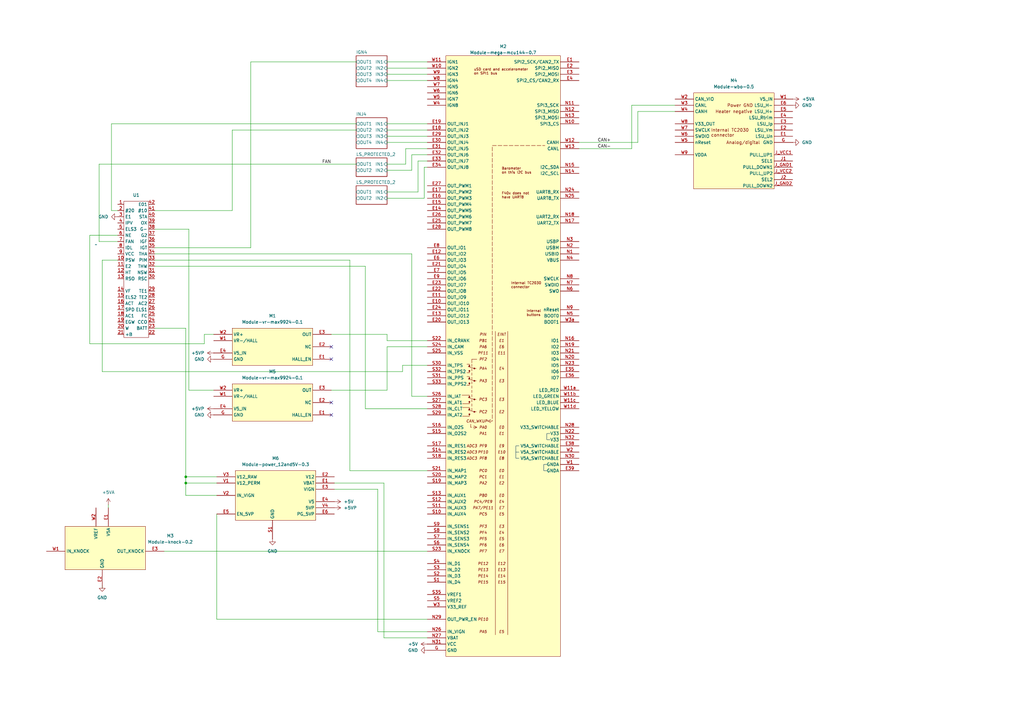
<source format=kicad_sch>
(kicad_sch (version 20231120) (generator "eeschema") (generator_version "8.0")
  (paper "A3")
  (lib_symbols
    (symbol "4EFE ECU Connector:4EFE_ECU_Connector"
      (property "Reference" "U" (at 0 0 0))
      (symbol "4EFE_ECU_Connector_0_1"
        (rectangle (start 11.43 17.78) (end 21.59 -38.1))
      )
      (symbol "4EFE_ECU_Connector_1_1"
        (pin unspecified line (at 8.89 16.51 0) (length 2.54) (name "~") (number "1"))
        (pin input line (at 8.89 -6.35 0) (length 2.54) (name "PSW") (number "10"))
        (pin power_in line (at 8.89 -8.89 0) (length 2.54) (name "E2") (number "11"))
        (pin power_in line (at 8.89 -11.43 0) (length 2.54) (name "HT") (number "12"))
        (pin power_in line (at 8.89 -13.97 0) (length 2.54) (name "RSO") (number "13"))
        (pin bidirectional line (at 8.89 -19.05 0) (length 2.54) (name "VF") (number "14"))
        (pin output line (at 8.89 -21.59 0) (length 2.54) (name "ELS2") (number "15"))
        (pin output line (at 8.89 -24.13 0) (length 2.54) (name "ACT") (number "16"))
        (pin output line (at 8.89 -26.67 0) (length 2.54) (name "SPD") (number "17"))
        (pin output line (at 8.89 -29.21 0) (length 2.54) (name "AC1") (number "18"))
        (pin output line (at 8.89 -31.75 0) (length 2.54) (name "EGW") (number "19"))
        (pin output line (at 8.89 13.97 0) (length 2.54) (name "#20") (number "2"))
        (pin output line (at 8.89 -34.29 0) (length 2.54) (name "W") (number "20"))
        (pin input line (at 8.89 -36.83 0) (length 2.54) (name "+B") (number "21"))
        (pin unspecified line (at 24.13 -36.83 180) (length 2.54) (name "") (number "22"))
        (pin input line (at 24.13 -34.29 180) (length 2.54) (name "BATT") (number "23"))
        (pin bidirectional line (at 24.13 -31.75 180) (length 2.54) (name "CCO") (number "24"))
        (pin output line (at 24.13 -29.21 180) (length 2.54) (name "FC") (number "25"))
        (pin output line (at 24.13 -26.67 180) (length 2.54) (name "ELS1") (number "26"))
        (pin power_out line (at 24.13 -24.13 180) (length 2.54) (name "AC2") (number "27"))
        (pin bidirectional line (at 24.13 -21.59 180) (length 2.54) (name "TE2") (number "28"))
        (pin bidirectional line (at 24.13 -19.05 180) (length 2.54) (name "TE1") (number "29"))
        (pin power_in line (at 8.89 11.43 0) (length 2.54) (name "E1") (number "3"))
        (pin unspecified line (at 24.13 -13.97 180) (length 2.54) (name "RSC") (number "30"))
        (pin input line (at 24.13 -11.43 180) (length 2.54) (name "NSW") (number "31"))
        (pin input line (at 24.13 -8.89 180) (length 2.54) (name "THW") (number "32"))
        (pin input line (at 24.13 -6.35 180) (length 2.54) (name "PIM") (number "33"))
        (pin input line (at 24.13 -3.81 180) (length 2.54) (name "THA") (number "34"))
        (pin input line (at 24.13 -1.27 180) (length 2.54) (name "IGT") (number "35"))
        (pin input line (at 24.13 1.27 180) (length 2.54) (name "IGF") (number "36"))
        (pin output line (at 24.13 3.81 180) (length 2.54) (name "G2") (number "37"))
        (pin input line (at 24.13 6.35 180) (length 2.54) (name "G-") (number "38"))
        (pin input line (at 24.13 8.89 180) (length 2.54) (name "OX") (number "39"))
        (pin output line (at 8.89 8.89 0) (length 2.54) (name "IPV") (number "4"))
        (pin input line (at 24.13 11.43 180) (length 2.54) (name "STA") (number "40"))
        (pin output line (at 24.13 13.97 180) (length 2.54) (name "#10") (number "41"))
        (pin power_in line (at 24.13 16.51 180) (length 2.54) (name "E01") (number "42"))
        (pin unspecified line (at 8.89 6.35 0) (length 2.54) (name "ELS3") (number "5"))
        (pin unspecified line (at 8.89 3.81 0) (length 2.54) (name "NE") (number "6"))
        (pin output line (at 8.89 1.27 0) (length 2.54) (name "FAN") (number "7"))
        (pin output line (at 8.89 -1.27 0) (length 2.54) (name "IDL") (number "8"))
        (pin power_out line (at 8.89 -3.81 0) (length 2.54) (name "VCC") (number "9"))
      )
    )
    (symbol "knock:Module-knock-0.2"
      (property "Reference" "M" (at 0 0 0))
      (property "Value" "Module-knock-0.2" (at 0 0 0))
      (symbol "Module-knock-0.2_1_0"
        (rectangle (start 33.02 0) (end 0 -17.78) (fill (type background)))
        (pin passive line (at 17.78 7.62 270) (length 7.62) (name "V5A") (number "E1"))
        (pin passive line (at 15.24 -25.4 90) (length 7.62) (name "GND") (number "E2"))
        (pin passive line (at 40.64 -10.16 180) (length 7.62) (name "OUT_KNOCK") (number "E3"))
        (pin passive line (at -7.62 -10.16 0) (length 7.62) (name "IN_KNOCK") (number "W1"))
        (pin passive line (at 12.7 7.62 270) (length 7.62) (name "VREF") (number "W2"))
      )
    )
    (symbol "mega-mcu144:Module-mega-mcu144-0.7"
      (property "Reference" "M1000" (at 7.62 2.54 0))
      (property "Value" "Module-mega-mcu144-0.7" (at 7.62 -246.38 0))
      (symbol "Module-mega-mcu144-0.7_0_1"
        (polyline (pts (xy 16.764 -142.748) (xy 19.304 -143.51)))
        (polyline (pts (xy 16.764 -137.668) (xy 19.304 -138.43)))
        (polyline (pts (xy 16.764 -130.048) (xy 19.304 -130.81)))
        (polyline (pts (xy 16.764 -124.968) (xy 19.304 -125.73)))
        (polyline (pts (xy 18.288 -143.002) (xy 18.288 -141.986)))
        (polyline (pts (xy 18.288 -141.224) (xy 18.288 -140.208)))
        (polyline (pts (xy 18.288 -139.446) (xy 18.288 -138.43)))
        (polyline (pts (xy 18.288 -137.414) (xy 18.288 -136.398)))
        (polyline (pts (xy 18.288 -135.636) (xy 18.288 -134.62)))
        (polyline (pts (xy 18.288 -133.858) (xy 18.288 -132.842)))
        (polyline (pts (xy 18.288 -132.08) (xy 18.288 -131.064)))
        (polyline (pts (xy 18.288 -130.302) (xy 18.288 -129.286)))
        (polyline (pts (xy 18.288 -128.524) (xy 18.288 -127.508)))
        (polyline (pts (xy 18.288 -126.746) (xy 18.288 -125.73)))
        (polyline (pts (xy 18.288 -124.968) (xy 18.288 -123.952)))
        (polyline (pts (xy 18.288 -123.444) (xy 18.288 -121.92)))
        (polyline (pts (xy 18.288 -121.92) (xy 20.32 -121.92)))
        (polyline (pts (xy 19.304 -143.51) (xy 20.066 -143.51)))
        (polyline (pts (xy 19.304 -138.43) (xy 20.066 -138.43)))
        (polyline (pts (xy 19.304 -130.81) (xy 20.066 -130.81)))
        (polyline (pts (xy 19.304 -125.73) (xy 20.066 -125.73)))
        (polyline (pts (xy 17.272 -144.526) (xy 17.272 -145.288) (xy 14.478 -145.288)))
        (polyline (pts (xy 17.272 -142.494) (xy 17.272 -141.732) (xy 14.478 -141.732)))
        (polyline (pts (xy 17.272 -139.446) (xy 17.272 -140.208) (xy 14.478 -140.208)))
        (polyline (pts (xy 17.272 -137.414) (xy 17.272 -136.652) (xy 14.224 -136.652)))
        (polyline (pts (xy 17.272 -131.826) (xy 17.272 -132.588) (xy 16.256 -132.588)))
        (polyline (pts (xy 17.272 -129.794) (xy 17.272 -129.032) (xy 16.256 -129.032)))
        (polyline (pts (xy 17.272 -126.746) (xy 17.272 -127.508) (xy 16.256 -127.508)))
        (polyline (pts (xy 17.272 -124.714) (xy 17.272 -123.952) (xy 16.256 -123.952)))
        (circle (center 17.272 -144.526) (radius 0.254) (fill (type outline)))
        (circle (center 17.272 -142.494) (radius 0.254) (fill (type outline)))
        (circle (center 17.272 -139.446) (radius 0.254) (fill (type outline)))
        (circle (center 17.272 -137.414) (radius 0.254) (fill (type outline)))
        (circle (center 17.272 -131.826) (radius 0.254) (fill (type outline)))
        (circle (center 17.272 -129.794) (radius 0.254) (fill (type outline)))
        (circle (center 17.272 -126.746) (radius 0.254) (fill (type outline)))
        (circle (center 17.272 -124.714) (radius 0.254) (fill (type outline)))
        (circle (center 19.304 -143.51) (radius 0.254) (fill (type outline)))
        (circle (center 19.304 -138.43) (radius 0.254) (fill (type outline)))
        (circle (center 19.304 -130.81) (radius 0.254) (fill (type outline)))
        (circle (center 19.304 -125.73) (radius 0.254) (fill (type outline)))
      )
      (symbol "Module-mega-mcu144-0.7_1_0"
        (polyline (pts (xy 20.32 -149.86) (xy 19.05 -150.495)))
        (polyline (pts (xy 20.32 -149.86) (xy 19.05 -149.225)))
        (polyline (pts (xy 24.765 -147.32) (xy 26.035 -147.955)))
        (polyline (pts (xy 24.765 -147.32) (xy 26.035 -146.685)))
        (polyline (pts (xy 27.94 -110.49) (xy 27.94 -234.95)))
        (polyline (pts (xy 33.02 -110.49) (xy 33.02 -234.95)))
        (polyline (pts (xy 17.78 -148.59) (xy 17.78 -149.86) (xy 20.32 -149.86)) (stroke (width 0) (type dash)))
        (polyline (pts (xy 36.322 -160.02) (xy 37.592 -160.02) (xy 37.592 -160.02) (xy 37.592 -160.02)) (stroke (width 0) (color 7 55 99 1)))
        (polyline (pts (xy 37.592 -157.48) (xy 36.322 -157.48) (xy 36.322 -162.56) (xy 37.592 -162.56)) (stroke (width 0) (color 7 55 99 1)))
        (polyline (pts (xy 49.022 -165.1) (xy 47.752 -165.1) (xy 47.752 -167.64) (xy 49.022 -167.64)) (stroke (width 0) (color 7 55 99 1)))
        (polyline (pts (xy 50.292 -152.4) (xy 49.022 -152.4) (xy 49.022 -154.94) (xy 50.292 -154.94)) (stroke (width 0) (color 7 55 99 1)))
        (polyline (pts (xy 25.4 -147.32) (xy 26.67 -147.32) (xy 26.67 -124.46) (xy 26.67 -34.29) (xy 48.26 -34.29)) (stroke (width 0) (type dash)))
        (rectangle (start 7.62 2.54) (end 54.61 -243.84) (fill (type background)))
        (text "ADC3" (at 18.288 -162.56 0) (effects (font (size 1.1 1.1) (italic yes))))
        (text "ADC3" (at 18.288 -160.02 0) (effects (font (size 1.1 1.1) (italic yes))))
        (text "ADC3" (at 18.288 -157.48 0) (effects (font (size 1.1 1.1) (italic yes))))
        (text "Barometer\non this I2C bus" (at 30.48 -44.45 0) (effects (font (size 1.016 1.016)) (justify left)))
        (text "CAN_WKUP" (at 20.32 -147.32 0) (effects (font (size 1.1 1.1) (italic yes))))
        (text "E0" (at 30.48 -177.8 0) (effects (font (size 1.1 1.1) (italic yes))))
        (text "E0" (at 30.48 -167.64 0) (effects (font (size 1.1 1.1) (italic yes))))
        (text "E0" (at 30.48 -149.86 0) (effects (font (size 1.1 1.1) (italic yes))))
        (text "E1" (at 30.48 -170.18 0) (effects (font (size 1.1 1.1) (italic yes))))
        (text "E1" (at 30.48 -152.4 0) (effects (font (size 1.1 1.1) (italic yes))))
        (text "E1" (at 30.48 -114.3 0) (effects (font (size 1.1 1.1) (italic yes))))
        (text "E10" (at 30.48 -160.02 0) (effects (font (size 1.1 1.1) (italic yes))))
        (text "E11" (at 30.48 -119.38 0) (effects (font (size 1.1 1.1) (italic yes))))
        (text "E12" (at 30.48 -205.74 0) (effects (font (size 1.1 1.1) (italic yes))))
        (text "E13" (at 30.48 -208.28 0) (effects (font (size 1.1 1.1) (italic yes))))
        (text "E14" (at 30.48 -210.82 0) (effects (font (size 1.1 1.1) (italic yes))))
        (text "E15" (at 30.48 -213.36 0) (effects (font (size 1.1 1.1) (italic yes))))
        (text "E2" (at 30.48 -172.72 0) (effects (font (size 1.1 1.1) (italic yes))))
        (text "E2" (at 30.48 -143.51 0) (effects (font (size 1.1 1.1) (italic yes))))
        (text "E3" (at 30.48 -190.5 0) (effects (font (size 1.1 1.1) (italic yes))))
        (text "E3" (at 30.48 -138.43 0) (effects (font (size 1.1 1.1) (italic yes))))
        (text "E3" (at 30.48 -130.81 0) (effects (font (size 1.1 1.1) (italic yes))))
        (text "E4" (at 30.48 -193.04 0) (effects (font (size 1.1 1.1) (italic yes))))
        (text "E4" (at 30.48 -180.34 0) (effects (font (size 1.1 1.1) (italic yes))))
        (text "E4" (at 30.48 -125.73 0) (effects (font (size 1.1 1.1) (italic yes))))
        (text "E5" (at 30.48 -233.68 0) (effects (font (size 1.1 1.1) (italic yes))))
        (text "E5" (at 30.48 -195.58 0) (effects (font (size 1.1 1.1) (italic yes))))
        (text "E5" (at 30.48 -185.42 0) (effects (font (size 1.1 1.1) (italic yes))))
        (text "E6" (at 30.48 -198.12 0) (effects (font (size 1.1 1.1) (italic yes))))
        (text "E6" (at 30.48 -116.84 0) (effects (font (size 1.1 1.1) (italic yes))))
        (text "E7" (at 30.48 -200.66 0) (effects (font (size 1.1 1.1) (italic yes))))
        (text "E7" (at 30.48 -182.88 0) (effects (font (size 1.1 1.1) (italic yes))))
        (text "E8" (at 30.48 -162.56 0) (effects (font (size 1.1 1.1) (italic yes))))
        (text "E9" (at 30.48 -157.48 0) (effects (font (size 1.1 1.1) (italic yes))))
        (text "EINT" (at 30.48 -111.76 0) (effects (font (size 1.1 1.1) (italic yes))))
        (text "F40x does not\nhave UART8" (at 30.48 -54.61 0) (effects (font (size 1.016 1.016)) (justify left)))
        (text "Internal\nbuttons" (at 40.64 -102.87 0) (effects (font (size 1.016 1.016)) (justify left)))
        (text "Internal TC2030\nconnector" (at 34.29 -91.44 0) (effects (font (size 1.016 1.016)) (justify left)))
        (text "PA0" (at 22.86 -149.86 0) (effects (font (size 1.1 1.1) (italic yes))))
        (text "PA1" (at 22.86 -152.4 0) (effects (font (size 1.1 1.1) (italic yes))))
        (text "PA2" (at 22.86 -172.72 0) (effects (font (size 1.1 1.1) (italic yes))))
        (text "PA3" (at 22.86 -130.81 0) (effects (font (size 1.1 1.1) (italic yes))))
        (text "PA4" (at 22.86 -125.73 0) (effects (font (size 1.1 1.1) (italic yes))))
        (text "PA5" (at 22.86 -233.68 0) (effects (font (size 1.1 1.1) (italic yes))))
        (text "PA6" (at 22.86 -116.84 0) (effects (font (size 1.1 1.1) (italic yes))))
        (text "PA7/PE11" (at 22.86 -182.88 0) (effects (font (size 1.1 1.1) (italic yes))))
        (text "PB0" (at 22.86 -177.8 0) (effects (font (size 1.1 1.1) (italic yes))))
        (text "PB1" (at 22.86 -114.3 0) (effects (font (size 1.1 1.1) (italic yes))))
        (text "PC0" (at 22.86 -167.64 0) (effects (font (size 1.1 1.1) (italic yes))))
        (text "PC1" (at 22.86 -170.18 0) (effects (font (size 1.1 1.1) (italic yes))))
        (text "PC2" (at 22.86 -143.51 0) (effects (font (size 1.1 1.1) (italic yes))))
        (text "PC3" (at 22.86 -138.43 0) (effects (font (size 1.1 1.1) (italic yes))))
        (text "PC4/PE9" (at 22.86 -180.34 0) (effects (font (size 1.1 1.1) (italic yes))))
        (text "PC5" (at 22.86 -185.42 0) (effects (font (size 1.1 1.1) (italic yes))))
        (text "PE10" (at 22.86 -228.6 0) (effects (font (size 1.1 1.1) (italic yes))))
        (text "PE12" (at 22.86 -205.74 0) (effects (font (size 1.1 1.1) (italic yes))))
        (text "PE13" (at 22.86 -208.28 0) (effects (font (size 1.1 1.1) (italic yes))))
        (text "PE14" (at 22.86 -210.82 0) (effects (font (size 1.1 1.1) (italic yes))))
        (text "PE15" (at 22.86 -213.36 0) (effects (font (size 1.1 1.1) (italic yes))))
        (text "PF10" (at 22.86 -160.02 0) (effects (font (size 1.1 1.1) (italic yes))))
        (text "PF11" (at 22.86 -119.38 0) (effects (font (size 1.1 1.1) (italic yes))))
        (text "PF2" (at 22.86 -121.92 0) (effects (font (size 1.1 1.1) (italic yes))))
        (text "PF3" (at 22.86 -190.5 0) (effects (font (size 1.1 1.1) (italic yes))))
        (text "PF4" (at 22.86 -193.04 0) (effects (font (size 1.1 1.1) (italic yes))))
        (text "PF5" (at 22.86 -195.58 0) (effects (font (size 1.1 1.1) (italic yes))))
        (text "PF6" (at 22.86 -198.12 0) (effects (font (size 1.1 1.1) (italic yes))))
        (text "PF7" (at 22.86 -200.66 0) (effects (font (size 1.1 1.1) (italic yes))))
        (text "PF8" (at 22.86 -162.56 0) (effects (font (size 1.1 1.1) (italic yes))))
        (text "PF9" (at 22.86 -157.48 0) (effects (font (size 1.1 1.1) (italic yes))))
        (text "PIN" (at 22.86 -111.76 0) (effects (font (size 1.1 1.1) (italic yes))))
        (text "uSD card and accelerometer \non SPI1 bus" (at 19.05 -3.81 0) (effects (font (size 1.016 1.016)) (justify left)))
        (pin passive line (at 62.23 0 180) (length 7.62) (name "SPI2_SCK/CAN2_TX") (number "E1"))
        (pin passive line (at 0 -99.06 0) (length 7.62) (name "OUT_IO10") (number "E10"))
        (pin passive line (at 0 -96.52 0) (length 7.62) (name "OUT_IO9") (number "E11"))
        (pin passive line (at 0 -78.74 0) (length 7.62) (name "OUT_IO2") (number "E12"))
        (pin passive line (at 0 -104.14 0) (length 7.62) (name "OUT_IO12") (number "E13"))
        (pin passive line (at 0 -60.96 0) (length 7.62) (name "OUT_PWM5") (number "E14"))
        (pin passive line (at 0 -58.42 0) (length 7.62) (name "OUT_PWM4") (number "E15"))
        (pin passive line (at 0 -55.88 0) (length 7.62) (name "OUT_PWM3") (number "E16"))
        (pin passive line (at 0 -53.34 0) (length 7.62) (name "OUT_PWM2") (number "E17"))
        (pin passive line (at 0 -27.94 0) (length 7.62) (name "OUT_INJ2") (number "E18"))
        (pin passive line (at 0 -25.4 0) (length 7.62) (name "OUT_INJ1") (number "E19"))
        (pin passive line (at 62.23 -2.54 180) (length 7.62) (name "SPI2_MISO") (number "E2"))
        (pin passive line (at 0 -106.68 0) (length 7.62) (name "OUT_IO13") (number "E20"))
        (pin passive line (at 0 -83.82 0) (length 7.62) (name "OUT_IO4") (number "E21"))
        (pin passive line (at 0 -93.98 0) (length 7.62) (name "OUT_IO8") (number "E22"))
        (pin passive line (at 0 -91.44 0) (length 7.62) (name "OUT_IO7") (number "E23"))
        (pin passive line (at 0 -101.6 0) (length 7.62) (name "OUT_IO11") (number "E24"))
        (pin passive line (at 0 -66.04 0) (length 7.62) (name "OUT_PWM7") (number "E25"))
        (pin passive line (at 0 -63.5 0) (length 7.62) (name "OUT_PWM6") (number "E26"))
        (pin passive line (at 0 -50.8 0) (length 7.62) (name "OUT_PWM1") (number "E27"))
        (pin passive line (at 0 -68.58 0) (length 7.62) (name "OUT_PWM8") (number "E28"))
        (pin passive line (at 0 -30.48 0) (length 7.62) (name "OUT_INJ3") (number "E29"))
        (pin passive line (at 62.23 -5.08 180) (length 7.62) (name "SPI2_MOSI") (number "E3"))
        (pin passive line (at 0 -33.02 0) (length 7.62) (name "OUT_INJ4") (number "E30"))
        (pin passive line (at 0 -35.56 0) (length 7.62) (name "OUT_INJ5") (number "E31"))
        (pin passive line (at 0 -38.1 0) (length 7.62) (name "OUT_INJ6") (number "E32"))
        (pin passive line (at 0 -40.64 0) (length 7.62) (name "OUT_INJ7") (number "E33"))
        (pin passive line (at 0 -43.18 0) (length 7.62) (name "OUT_INJ8") (number "E34"))
        (pin passive line (at 62.23 -127 180) (length 7.62) (name "IO6") (number "E35"))
        (pin passive line (at 62.23 -129.54 180) (length 7.62) (name "IO7") (number "E36"))
        (pin passive line (at 62.23 -157.48 180) (length 7.62) (name "V5A_SWITCHABLE") (number "E38"))
        (pin passive line (at 62.23 -167.64 180) (length 7.62) (name "GNDA") (number "E39"))
        (pin passive line (at 62.23 -7.62 180) (length 7.62) (name "SPI2_CS/CAN2_RX") (number "E4"))
        (pin passive line (at 0 -81.28 0) (length 7.62) (name "OUT_IO3") (number "E6"))
        (pin passive line (at 0 -86.36 0) (length 7.62) (name "OUT_IO5") (number "E7"))
        (pin passive line (at 0 -76.2 0) (length 7.62) (name "OUT_IO1") (number "E8"))
        (pin passive line (at 0 -88.9 0) (length 7.62) (name "OUT_IO6") (number "E9"))
        (pin passive line (at 0 -241.3 0) (length 7.62) (name "GND") (number "G"))
        (pin passive line (at 62.23 -78.74 180) (length 7.62) (name "USBID") (number "N1"))
        (pin passive line (at 62.23 -25.4 180) (length 7.62) (name "SPI3_CS") (number "N10"))
        (pin passive line (at 62.23 -17.78 180) (length 7.62) (name "SPI3_SCK") (number "N11"))
        (pin passive line (at 62.23 -20.32 180) (length 7.62) (name "SPI3_MISO") (number "N12"))
        (pin passive line (at 62.23 -22.86 180) (length 7.62) (name "SPI3_MOSI") (number "N13"))
        (pin passive line (at 62.23 -45.72 180) (length 7.62) (name "I2C_SCL") (number "N14"))
        (pin passive line (at 62.23 -43.18 180) (length 7.62) (name "I2C_SDA") (number "N15"))
        (pin passive line (at 62.23 -114.3 180) (length 7.62) (name "IO1") (number "N16"))
        (pin passive line (at 62.23 -66.04 180) (length 7.62) (name "UART2_TX") (number "N17"))
        (pin passive line (at 62.23 -63.5 180) (length 7.62) (name "UART2_RX") (number "N18"))
        (pin passive line (at 62.23 -116.84 180) (length 7.62) (name "IO2") (number "N19"))
        (pin passive line (at 62.23 -76.2 180) (length 7.62) (name "USBM") (number "N2"))
        (pin passive line (at 62.23 -121.92 180) (length 7.62) (name "IO4") (number "N20"))
        (pin passive line (at 62.23 -119.38 180) (length 7.62) (name "IO3") (number "N21"))
        (pin passive line (at 62.23 -152.4 180) (length 7.62) (name "V33") (number "N22"))
        (pin passive line (at 62.23 -124.46 180) (length 7.62) (name "IO5") (number "N23"))
        (pin passive line (at 62.23 -53.34 180) (length 7.62) (name "UART8_RX") (number "N24"))
        (pin passive line (at 62.23 -55.88 180) (length 7.62) (name "UART8_TX") (number "N25"))
        (pin passive line (at 0 -233.68 0) (length 7.62) (name "IN_VIGN") (number "N26"))
        (pin passive line (at 0 -236.22 0) (length 7.62) (name "VBAT") (number "N27"))
        (pin passive line (at 62.23 -149.86 180) (length 7.62) (name "V33_SWITCHABLE") (number "N28"))
        (pin passive line (at 0 -228.6 0) (length 7.62) (name "OUT_PWR_EN") (number "N29"))
        (pin passive line (at 62.23 -73.66 180) (length 7.62) (name "USBP") (number "N3"))
        (pin passive line (at 62.23 -162.56 180) (length 7.62) (name "V5A_SWITCHABLE") (number "N30"))
        (pin passive line (at 0 -238.76 0) (length 7.62) (name "VCC") (number "N31"))
        (pin passive line (at 62.23 -154.94 180) (length 7.62) (name "V33") (number "N32"))
        (pin passive line (at 62.23 -81.28 180) (length 7.62) (name "VBUS") (number "N4"))
        (pin passive line (at 62.23 -104.14 180) (length 7.62) (name "BOOT0") (number "N5"))
        (pin passive line (at 62.23 -93.98 180) (length 7.62) (name "SWO") (number "N6"))
        (pin passive line (at 62.23 -91.44 180) (length 7.62) (name "SWDIO") (number "N7"))
        (pin passive line (at 62.23 -88.9 180) (length 7.62) (name "SWCLK") (number "N8"))
        (pin passive line (at 62.23 -101.6 180) (length 7.62) (name "nReset") (number "N9"))
        (pin passive line (at 0 -213.36 0) (length 7.62) (name "IN_D4") (number "S1"))
        (pin passive line (at 0 -185.42 0) (length 7.62) (name "IN_AUX4") (number "S10"))
        (pin passive line (at 0 -182.88 0) (length 7.62) (name "IN_AUX3") (number "S11"))
        (pin passive line (at 0 -180.34 0) (length 7.62) (name "IN_AUX2") (number "S12"))
        (pin passive line (at 0 -177.8 0) (length 7.62) (name "IN_AUX1") (number "S13"))
        (pin passive line (at 0 -160.02 0) (length 7.62) (name "IN_RES2") (number "S14"))
        (pin passive line (at 0 -152.4 0) (length 7.62) (name "IN_O2S2") (number "S15"))
        (pin passive line (at 0 -149.86 0) (length 7.62) (name "IN_O2S") (number "S16"))
        (pin passive line (at 0 -157.48 0) (length 7.62) (name "IN_RES1") (number "S17"))
        (pin passive line (at 0 -162.56 0) (length 7.62) (name "IN_RES3") (number "S18"))
        (pin passive line (at 0 -172.72 0) (length 7.62) (name "IN_MAP3") (number "S19"))
        (pin passive line (at 0 -210.82 0) (length 7.62) (name "IN_D3") (number "S2"))
        (pin passive line (at 0 -170.18 0) (length 7.62) (name "IN_MAP2") (number "S20"))
        (pin passive line (at 0 -167.64 0) (length 7.62) (name "IN_MAP1") (number "S21"))
        (pin passive line (at 0 -114.3 0) (length 7.62) (name "IN_CRANK") (number "S22"))
        (pin passive line (at 0 -200.66 0) (length 7.62) (name "IN_KNOCK") (number "S23"))
        (pin passive line (at 0 -116.84 0) (length 7.62) (name "IN_CAM") (number "S24"))
        (pin passive line (at 0 -119.38 0) (length 7.62) (name "IN_VSS") (number "S25"))
        (pin passive line (at 0 -137.16 0) (length 7.62) (name "IN_IAT") (number "S26"))
        (pin passive line (at 0 -139.7 0) (length 7.62) (name "IN_AT1") (number "S27"))
        (pin passive line (at 0 -142.24 0) (length 7.62) (name "IN_CLT") (number "S28"))
        (pin passive line (at 0 -144.78 0) (length 7.62) (name "IN_AT2") (number "S29"))
        (pin passive line (at 0 -208.28 0) (length 7.62) (name "IN_D2") (number "S3"))
        (pin passive line (at 0 -124.46 0) (length 7.62) (name "IN_TPS") (number "S30"))
        (pin passive line (at 0 -129.54 0) (length 7.62) (name "IN_PPS") (number "S31"))
        (pin passive line (at 0 -127 0) (length 7.62) (name "IN_TPS2") (number "S32"))
        (pin passive line (at 0 -132.08 0) (length 7.62) (name "IN_PPS2") (number "S33"))
        (pin passive line (at 0 -218.44 0) (length 7.62) (name "VREF1") (number "S35"))
        (pin passive line (at 0 -205.74 0) (length 7.62) (name "IN_D1") (number "S4"))
        (pin passive line (at 0 -220.98 0) (length 7.62) (name "VREF2") (number "S5"))
        (pin passive line (at 0 -198.12 0) (length 7.62) (name "IN_SENS4") (number "S6"))
        (pin passive line (at 0 -195.58 0) (length 7.62) (name "IN_SENS3") (number "S7"))
        (pin passive line (at 0 -193.04 0) (length 7.62) (name "IN_SENS2") (number "S8"))
        (pin passive line (at 0 -190.5 0) (length 7.62) (name "IN_SENS1") (number "S9"))
        (pin passive line (at 62.23 -165.1 180) (length 7.62) (name "GNDA") (number "W1"))
        (pin passive line (at 0 -2.54 0) (length 7.62) (name "IGN2") (number "W10"))
        (pin passive line (at 0 0 0) (length 7.62) (name "IGN1") (number "W11"))
        (pin passive line (at 62.23 -134.62 180) (length 7.62) (name "LED_RED") (number "W11a"))
        (pin passive line (at 62.23 -137.16 180) (length 7.62) (name "LED_GREEN") (number "W11b"))
        (pin passive line (at 62.23 -139.7 180) (length 7.62) (name "LED_BLUE") (number "W11c"))
        (pin passive line (at 62.23 -142.24 180) (length 7.62) (name "LED_YELLOW") (number "W11d"))
        (pin passive line (at 62.23 -33.02 180) (length 7.62) (name "CANH") (number "W12"))
        (pin passive line (at 62.23 -35.56 180) (length 7.62) (name "CANL") (number "W13"))
        (pin passive line (at 62.23 -160.02 180) (length 7.62) (name "V5A_SWITCHABLE") (number "W2"))
        (pin passive line (at 0 -223.52 0) (length 7.62) (name "V33_REF") (number "W3"))
        (pin passive line (at 62.23 -106.68 180) (length 7.62) (name "BOOT1") (number "W3a"))
        (pin passive line (at 0 -17.78 0) (length 7.62) (name "IGN8") (number "W4"))
        (pin passive line (at 0 -15.24 0) (length 7.62) (name "IGN7") (number "W5"))
        (pin passive line (at 0 -12.7 0) (length 7.62) (name "IGN6") (number "W6"))
        (pin passive line (at 0 -10.16 0) (length 7.62) (name "IGN5") (number "W7"))
        (pin passive line (at 0 -7.62 0) (length 7.62) (name "IGN4") (number "W8"))
        (pin passive line (at 0 -5.08 0) (length 7.62) (name "IGN3") (number "W9"))
      )
    )
    (symbol "power:+5V" (power) (pin_numbers hide) (pin_names (offset 0) hide)
      (property "Value" "+5V" (at 0 3.556 0))
      (symbol "+5V_0_1"
        (polyline (pts (xy -0.762 1.27) (xy 0 2.54)))
        (polyline (pts (xy 0 0) (xy 0 2.54)))
        (polyline (pts (xy 0 2.54) (xy 0.762 1.27)))
      )
      (symbol "+5V_1_1"
        (pin power_in line (at 0 0 90) (length 0) (name "~") (number "1"))
      )
    )
    (symbol "power:+5VA" (power) (pin_numbers hide) (pin_names (offset 0) hide)
      (property "Value" "+5VA" (at 0 3.556 0))
      (symbol "+5VA_0_1"
        (polyline (pts (xy -0.762 1.27) (xy 0 2.54)))
        (polyline (pts (xy 0 0) (xy 0 2.54)))
        (polyline (pts (xy 0 2.54) (xy 0.762 1.27)))
      )
      (symbol "+5VA_1_1"
        (pin power_in line (at 0 0 90) (length 0) (name "~") (number "1"))
      )
    )
    (symbol "power:+5VP" (power) (pin_numbers hide) (pin_names (offset 0) hide)
      (property "Value" "+5VP" (at 0 3.556 0))
      (symbol "+5VP_0_1"
        (polyline (pts (xy -0.762 1.27) (xy 0 2.54)))
        (polyline (pts (xy 0 0) (xy 0 2.54)))
        (polyline (pts (xy 0 2.54) (xy 0.762 1.27)))
      )
      (symbol "+5VP_1_1"
        (pin power_in line (at 0 0 90) (length 0) (name "~") (number "1"))
      )
    )
    (symbol "power:GND" (power) (pin_numbers hide) (pin_names (offset 0) hide)
      (property "Value" "GND" (at 0 -3.81 0))
      (symbol "GND_0_1"
        (polyline (pts (xy 0 0) (xy 0 -1.27) (xy 1.27 -1.27) (xy 0 -2.54) (xy -1.27 -1.27) (xy 0 -1.27)))
      )
      (symbol "GND_1_1"
        (pin power_in line (at 0 0 270) (length 0) (name "~") (number "1"))
      )
    )
    (symbol "power_12and5V:Module-power_12and5V-0.3"
      (property "Reference" "M" (at 1.27 1.27 0))
      (property "Value" "Module-power_12and5V-0.3" (at -1.27 3.81 0))
      (symbol "Module-power_12and5V-0.3_1_0"
        (rectangle (start 33.02 0) (end 0 -20.32) (fill (type background)))
        (pin passive line (at 40.64 -5.08 180) (length 7.62) (name "VBAT") (number "E1"))
        (pin passive line (at 40.64 -2.54 180) (length 7.62) (name "V12") (number "E2"))
        (pin passive line (at 40.64 -7.62 180) (length 7.62) (name "VIGN") (number "E3"))
        (pin passive line (at 40.64 -12.7 180) (length 7.62) (name "V5") (number "E4"))
        (pin passive line (at -7.62 -17.78 0) (length 7.62) (name "EN_5VP") (number "E5"))
        (pin passive line (at 40.64 -17.78 180) (length 7.62) (name "PG_5VP") (number "E6"))
        (pin passive line (at 15.24 -27.94 90) (length 7.62) (name "GND") (number "S1"))
        (pin passive line (at -7.62 -5.08 0) (length 7.62) (name "V12_PERM") (number "V1"))
        (pin passive line (at -7.62 -10.16 0) (length 7.62) (name "IN_VIGN") (number "V2"))
        (pin passive line (at -7.62 -2.54 0) (length 7.62) (name "V12_RAW") (number "V3"))
        (pin passive line (at 40.64 -15.24 180) (length 7.62) (name "5VP") (number "V4"))
      )
    )
    (symbol "vr-max9924:Module-vr-max9924-0.1"
      (property "Reference" "M" (at 1.27 1.27 0))
      (property "Value" "Module-vr-max9924-0.1" (at 16.51 -16.51 0))
      (symbol "Module-vr-max9924-0.1_1_0"
        (rectangle (start 0 0) (end 33.02 -15.24) (fill (type background)))
        (pin passive line (at 40.64 -12.7 180) (length 7.62) (name "HALL_EN") (number "E1"))
        (pin passive line (at 40.64 -7.62 180) (length 7.62) (name "NC") (number "E2"))
        (pin passive line (at 40.64 -2.54 180) (length 7.62) (name "OUT") (number "E3"))
        (pin passive line (at -7.62 -10.16 0) (length 7.62) (name "V5_IN") (number "E4"))
        (pin passive line (at -7.62 -12.7 0) (length 7.62) (name "GND") (number "G"))
        (pin passive line (at -7.62 -5.08 0) (length 7.62) (name "VR-/HALL") (number "W1"))
        (pin passive line (at -7.62 -2.54 0) (length 7.62) (name "VR+") (number "W2"))
      )
    )
    (symbol "wbo:Module-wbo-0.5"
      (property "Reference" "M" (at 1.27 1.27 0))
      (property "Value" "Module-wbo-0.5" (at 8.89 -40.64 0))
      (symbol "Module-wbo-0.5_0_0"
        (text "Analog/digital" (at 20.32 -20.32 0) (effects (font (size 1.27 1.27))))
        (text "Heater negative" (at 16.51 -7.62 0) (effects (font (size 1.27 1.27))))
        (text "Power GND" (at 19.05 -5.08 0) (effects (font (size 1.27 1.27))))
      )
      (symbol "Module-wbo-0.5_1_0"
        (rectangle (start 0 0) (end 33.02 -39.37) (fill (type background)))
        (text "Internal TC2030\nconnector" (at 7.1222 -16.2666 0) (effects (font (size 1.27 1.27)) (justify left)))
        (pin passive line (at 40.64 -17.78 180) (length 7.62) (name "LSU_Un") (number "E1"))
        (pin passive line (at 40.64 -15.24 180) (length 7.62) (name "LSU_Vm") (number "E2"))
        (pin passive line (at 40.64 -12.7 180) (length 7.62) (name "LSU_Ip") (number "E3"))
        (pin passive line (at 40.64 -10.16 180) (length 7.62) (name "LSU_Rtrim") (number "E4"))
        (pin passive line (at 40.64 -7.62 180) (length 7.62) (name "LSU_H+") (number "E5"))
        (pin passive line (at 40.64 -5.08 180) (length 7.62) (name "LSU_H-") (number "E6"))
        (pin passive line (at 40.64 -20.32 180) (length 7.62) (name "GND") (number "G"))
        (pin passive line (at 40.64 -27.94 180) (length 7.62) (name "SEL1") (number "J1"))
        (pin passive line (at 40.64 -35.56 180) (length 7.62) (name "SEL2") (number "J2"))
        (pin passive line (at 40.64 -30.48 180) (length 7.62) (name "PULL_DOWN1") (number "J_GND1"))
        (pin passive line (at 40.64 -38.1 180) (length 7.62) (name "PULL_DOWN2") (number "J_GND2"))
        (pin passive line (at 40.64 -25.4 180) (length 7.62) (name "PULL_UP1") (number "J_VCC1"))
        (pin passive line (at 40.64 -33.02 180) (length 7.62) (name "PULL_UP2") (number "J_VCC2"))
        (pin passive line (at 40.64 -2.54 180) (length 7.62) (name "V5_IN") (number "W1"))
        (pin passive line (at -7.62 -2.54 0) (length 7.62) (name "CAN_VIO") (number "W2"))
        (pin passive line (at -7.62 -5.08 0) (length 7.62) (name "CANL") (number "W3"))
        (pin passive line (at -7.62 -7.62 0) (length 7.62) (name "CANH") (number "W4"))
        (pin passive line (at -7.62 -20.32 0) (length 7.62) (name "nReset") (number "W5"))
        (pin passive line (at -7.62 -17.78 0) (length 7.62) (name "SWDIO") (number "W6"))
        (pin passive line (at -7.62 -15.24 0) (length 7.62) (name "SWCLK") (number "W7"))
        (pin passive line (at -7.62 -12.7 0) (length 7.62) (name "V33_OUT") (number "W8"))
        (pin passive line (at -7.62 -25.4 0) (length 7.62) (name "VDDA") (number "W9"))
      )
    )
  )
  (junction (at 76.2 198.12))
  (junction (at 76.2 195.58))
  (no_connect (at 135.89 165.1))
  (no_connect (at 135.89 142.24))
  (no_connect (at 135.89 147.32))
  (no_connect (at 135.89 170.18))
  (wire (pts (xy 175.26 226.06) (xy 67.31 226.06)))
  (wire (pts (xy 259.08 60.96) (xy 259.08 43.18)))
  (wire (pts (xy 158.75 30.48) (xy 175.26 30.48)))
  (wire (pts (xy 158.75 33.02) (xy 175.26 33.02)))
  (wire (pts (xy 154.94 259.08) (xy 175.26 259.08)))
  (wire (pts (xy 237.49 60.96) (xy 259.08 60.96)))
  (wire (pts (xy 175.26 193.04) (xy 143.51 193.04)))
  (wire (pts (xy 83.82 140.97) (xy 83.82 137.16)))
  (wire (pts (xy 158.75 160.02) (xy 135.89 160.02)))
  (wire (pts (xy 158.75 81.28) (xy 173.99 81.28)))
  (wire (pts (xy 41.91 241.3) (xy 41.91 240.03)))
  (wire (pts (xy 48.26 106.68) (xy 41.91 106.68)))
  (wire (pts (xy 158.75 55.88) (xy 175.26 55.88)))
  (wire (pts (xy 41.91 152.4) (xy 165.1 152.4)))
  (wire (pts (xy 143.51 193.04) (xy 143.51 106.68)))
  (wire (pts (xy 146.05 25.4) (xy 102.87 25.4)))
  (wire (pts (xy 171.45 78.74) (xy 158.75 78.74)))
  (wire (pts (xy 76.2 195.58) (xy 76.2 198.12)))
  (wire (pts (xy 48.26 99.06) (xy 40.64 99.06)))
  (wire (pts (xy 168.91 63.5) (xy 175.26 63.5)))
  (wire (pts (xy 45.72 86.36) (xy 45.72 50.8)))
  (wire (pts (xy 158.75 58.42) (xy 175.26 58.42)))
  (wire (pts (xy 102.87 101.6) (xy 63.5 101.6)))
  (wire (pts (xy 63.5 86.36) (xy 95.25 86.36)))
  (wire (pts (xy 175.26 68.58) (xy 173.99 68.58)))
  (wire (pts (xy 154.94 200.66) (xy 154.94 259.08)))
  (wire (pts (xy 259.08 43.18) (xy 276.86 43.18)))
  (wire (pts (xy 165.1 152.4) (xy 165.1 149.86)))
  (wire (pts (xy 157.48 198.12) (xy 137.16 198.12)))
  (wire (pts (xy 45.72 50.8) (xy 146.05 50.8)))
  (wire (pts (xy 76.2 198.12) (xy 88.9 198.12)))
  (wire (pts (xy 76.2 198.12) (xy 76.2 203.2)))
  (wire (pts (xy 95.25 86.36) (xy 95.25 53.34)))
  (wire (pts (xy 158.75 139.7) (xy 175.26 139.7)))
  (wire (pts (xy 158.75 50.8) (xy 175.26 50.8)))
  (wire (pts (xy 36.83 140.97) (xy 83.82 140.97)))
  (wire (pts (xy 41.91 106.68) (xy 41.91 152.4)))
  (wire (pts (xy 77.47 160.02) (xy 77.47 93.98)))
  (wire (pts (xy 102.87 25.4) (xy 102.87 101.6)))
  (wire (pts (xy 88.9 195.58) (xy 76.2 195.58)))
  (wire (pts (xy 143.51 106.68) (xy 63.5 106.68)))
  (wire (pts (xy 175.26 66.04) (xy 171.45 66.04)))
  (wire (pts (xy 158.75 25.4) (xy 175.26 25.4)))
  (wire (pts (xy 261.62 58.42) (xy 261.62 45.72)))
  (wire (pts (xy 88.9 203.2) (xy 76.2 203.2)))
  (wire (pts (xy 171.45 66.04) (xy 171.45 78.74)))
  (wire (pts (xy 137.16 200.66) (xy 154.94 200.66)))
  (wire (pts (xy 48.26 86.36) (xy 45.72 86.36)))
  (wire (pts (xy 135.89 137.16) (xy 158.75 137.16)))
  (wire (pts (xy 237.49 58.42) (xy 261.62 58.42)))
  (wire (pts (xy 166.37 67.31) (xy 158.75 67.31)))
  (wire (pts (xy 175.26 261.62) (xy 157.48 261.62)))
  (wire (pts (xy 88.9 254) (xy 88.9 210.82)))
  (wire (pts (xy 83.82 137.16) (xy 87.63 137.16)))
  (wire (pts (xy 149.86 167.64) (xy 149.86 109.22)))
  (wire (pts (xy 168.91 162.56) (xy 175.26 162.56)))
  (wire (pts (xy 63.5 104.14) (xy 168.91 104.14)))
  (wire (pts (xy 87.63 160.02) (xy 77.47 160.02)))
  (wire (pts (xy 168.91 69.85) (xy 168.91 63.5)))
  (wire (pts (xy 261.62 45.72) (xy 276.86 45.72)))
  (wire (pts (xy 76.2 134.62) (xy 63.5 134.62)))
  (wire (pts (xy 175.26 167.64) (xy 149.86 167.64)))
  (wire (pts (xy 40.64 67.31) (xy 146.05 67.31)))
  (wire (pts (xy 166.37 67.31) (xy 166.37 60.96)))
  (wire (pts (xy 158.75 137.16) (xy 158.75 139.7)))
  (wire (pts (xy 157.48 261.62) (xy 157.48 198.12)))
  (wire (pts (xy 175.26 254) (xy 88.9 254)))
  (wire (pts (xy 158.75 27.94) (xy 175.26 27.94)))
  (wire (pts (xy 165.1 149.86) (xy 175.26 149.86)))
  (wire (pts (xy 95.25 53.34) (xy 146.05 53.34)))
  (wire (pts (xy 175.26 142.24) (xy 158.75 142.24)))
  (wire (pts (xy 40.64 99.06) (xy 40.64 67.31)))
  (wire (pts (xy 158.75 69.85) (xy 168.91 69.85)))
  (wire (pts (xy 76.2 195.58) (xy 76.2 134.62)))
  (wire (pts (xy 36.83 96.52) (xy 36.83 140.97)))
  (wire (pts (xy 168.91 104.14) (xy 168.91 162.56)))
  (wire (pts (xy 158.75 142.24) (xy 158.75 160.02)))
  (wire (pts (xy 48.26 96.52) (xy 36.83 96.52)))
  (wire (pts (xy 77.47 93.98) (xy 63.5 93.98)))
  (wire (pts (xy 149.86 109.22) (xy 63.5 109.22)))
  (wire (pts (xy 173.99 68.58) (xy 173.99 81.28)))
  (wire (pts (xy 158.75 53.34) (xy 175.26 53.34)))
  (wire (pts (xy 44.45 208.28) (xy 44.45 207.01)))
  (wire (pts (xy 175.26 60.96) (xy 166.37 60.96)))
  (label "CAN-" (at 245.11 60.96 0))
  (label "FAN" (at 132.08 67.31 0))
  (label "CAN+" (at 245.11 58.42 0))
  (symbol (lib_id "power_12and5V:Module-power_12and5V-0.3") (at 96.52 193.04 0) (unit 1)
    (property "Reference" "M6" (at 113.03 187.96 0))
    (property "Value" "Module-power_12and5V-0.3" (at 113.03 190.5 0))
    (property "Footprint" "power5_12:power_12and5V" (effects (hide yes)))
    (property "Description" "Hellen-One Power_12and5V Module" (effects (hide yes)))
  )
  (symbol (lib_id "vr-max9924:Module-vr-max9924-0.1") (at 95.25 134.62 0) (unit 1)
    (property "Reference" "M1" (at 111.76 129.54 0))
    (property "Value" "Module-vr-max9924-0.1" (at 111.76 132.08 0))
    (property "Footprint" "vrmax:vr-max9924" (effects (hide yes)))
  )
  (symbol (lib_id "power:+5VP") (at 137.16 208.28 270) (unit 1)
    (property "Reference" "#PWR23" (effects (hide yes)))
    (property "Value" "+5VP" (at 140.97 208.2799 90) (effects (justify left)))
    (property "Description" "Power symbol creates a global label with name \"+5VP\"" (effects (hide yes)))
  )
  (symbol (lib_id "4EFE ECU Connector:4EFE_ECU_Connector") (at 39.37 100.33 0) (unit 1)
    (property "Reference" "U1" (at 55.88 80.01 0))
    (property "Value" "~" (at 39.37 100.33 0))
    (property "Footprint" "EP91 libraries:4EFE ECU Connector" (effects (hide yes)))
  )
  (symbol (lib_id "mega-mcu144:Module-mega-mcu144-0.7") (at 175.26 25.4 0) (unit 1)
    (property "Reference" "M2" (at 206.375 19.05 0))
    (property "Value" "Module-mega-mcu144-0.7" (at 206.375 21.59 0))
    (property "Footprint" "mega_mcu144:mega-mcu144" (effects (hide yes)))
    (property "Description" "Hellen One MEGA_MCU144 Module" (effects (hide yes)))
    (property "PUBLISHER" "qwerty-off" (effects (hide yes)))
    (property "SUPPLIER PART NUMBER 1" "*" (effects (hide yes)))
    (property "SUPPLIER PART NUMBER 2" "*" (effects (hide yes)))
    (property "SUPPLIER 1" "Mouser" (effects (hide yes)))
    (property "SUPPLIER 2" "Digi-Key" (effects (hide yes)))
    (property "FITTED" "False" (effects (hide yes)))
    (property "SUPPLIER 3" "LCSC" (effects (hide yes)))
    (property "TYPE" "Module" (effects (hide yes)))
  )
  (symbol (lib_id "power:GND") (at 325.12 43.18 90) (unit 1)
    (property "Reference" "#PWR31" (effects (hide yes)))
    (property "Value" "GND" (at 328.93 43.1799 90) (effects (justify right)))
    (property "Description" "Power symbol creates a global label with name \"GND\" , ground" (effects (hide yes)))
  )
  (symbol (lib_id "power:GND") (at 87.63 147.32 270) (unit 1)
    (property "Reference" "#PWR29" (effects (hide yes)))
    (property "Value" "GND" (at 83.82 147.3199 90) (effects (justify right)))
    (property "Description" "Power symbol creates a global label with name \"GND\" , ground" (effects (hide yes)))
  )
  (symbol (lib_id "power:+5V") (at 175.26 264.16 90) (unit 1)
    (property "Reference" "#PWR22" (effects (hide yes)))
    (property "Value" "+5V" (at 171.45 264.1599 90) (effects (justify left)))
    (property "Description" "Power symbol creates a global label with name \"+5V\"" (effects (hide yes)))
  )
  (symbol (lib_id "power:+5V") (at 137.16 205.74 270) (unit 1)
    (property "Reference" "#PWR21" (effects (hide yes)))
    (property "Value" "+5V" (at 140.97 205.7399 90) (effects (justify left)))
    (property "Description" "Power symbol creates a global label with name \"+5V\"" (effects (hide yes)))
  )
  (symbol (lib_id "power:GND") (at 111.76 220.98 0) (unit 1)
    (property "Reference" "#PWR24" (effects (hide yes)))
    (property "Value" "GND" (at 111.76 226.06 0))
    (property "Description" "Power symbol creates a global label with name \"GND\" , ground" (effects (hide yes)))
  )
  (symbol (lib_id "power:GND") (at 175.26 266.7 270) (unit 1)
    (property "Reference" "#PWR25" (effects (hide yes)))
    (property "Value" "GND" (at 171.45 266.6999 90) (effects (justify right)))
    (property "Description" "Power symbol creates a global label with name \"GND\" , ground" (effects (hide yes)))
  )
  (symbol (lib_id "wbo:Module-wbo-0.5") (at 284.48 38.1 0) (unit 1)
    (property "Reference" "M4" (at 300.99 33.02 0))
    (property "Value" "Module-wbo-0.5" (at 300.99 35.56 0))
    (property "Footprint" "wbo:wbo" (effects (hide yes)))
  )
  (symbol (lib_id "power:+5VP") (at 87.63 167.64 90) (unit 1)
    (property "Reference" "#PWR27" (effects (hide yes)))
    (property "Value" "+5VP" (at 83.82 167.6399 90) (effects (justify left)))
    (property "Description" "Power symbol creates a global label with name \"+5VP\"" (effects (hide yes)))
  )
  (symbol (lib_id "vr-max9924:Module-vr-max9924-0.1") (at 95.25 157.48 0) (unit 1)
    (property "Reference" "M5" (at 111.76 152.4 0))
    (property "Value" "Module-vr-max9924-0.1" (at 111.76 154.94 0))
    (property "Footprint" "vrmax:vr-max9924" (effects (hide yes)))
  )
  (symbol (lib_id "power:GND") (at 87.63 170.18 270) (unit 1)
    (property "Reference" "#PWR28" (effects (hide yes)))
    (property "Value" "GND" (at 83.82 170.1799 90) (effects (justify right)))
    (property "Description" "Power symbol creates a global label with name \"GND\" , ground" (effects (hide yes)))
  )
  (symbol (lib_id "power:+5VA") (at 325.12 40.64 270) (unit 1)
    (property "Reference" "#PWR30" (effects (hide yes)))
    (property "Value" "+5VA" (at 328.93 40.6399 90) (effects (justify left)))
    (property "Description" "Power symbol creates a global label with name \"+5VA\"" (effects (hide yes)))
  )
  (symbol (lib_id "power:GND") (at 325.12 58.42 90) (unit 1)
    (property "Reference" "#PWR32" (effects (hide yes)))
    (property "Value" "GND" (at 328.93 58.4199 90) (effects (justify right)))
    (property "Description" "Power symbol creates a global label with name \"GND\" , ground" (effects (hide yes)))
  )
  (symbol (lib_id "power:GND") (at 48.26 88.9 270) (unit 1)
    (property "Reference" "#PWR35" (effects (hide yes)))
    (property "Value" "GND" (at 44.45 88.8999 90) (effects (justify right)))
    (property "Description" "Power symbol creates a global label with name \"GND\" , ground" (effects (hide yes)))
  )
  (symbol (lib_id "power:GND") (at 41.91 240.03 0) (unit 1)
    (property "Reference" "#PWR34" (effects (hide yes)))
    (property "Value" "GND" (at 41.91 245.11 0))
    (property "Description" "Power symbol creates a global label with name \"GND\" , ground" (effects (hide yes)))
  )
  (symbol (lib_id "power:+5VP") (at 87.63 144.78 90) (unit 1)
    (property "Reference" "#PWR26" (effects (hide yes)))
    (property "Value" "+5VP" (at 83.82 144.7799 90) (effects (justify left)))
    (property "Description" "Power symbol creates a global label with name \"+5VP\"" (effects (hide yes)))
  )
  (symbol (lib_id "knock:Module-knock-0.2") (at 26.67 215.9 0) (unit 1)
    (property "Reference" "M3" (at 69.85 219.7414 0))
    (property "Value" "Module-knock-0.2" (at 69.85 222.2814 0))
    (property "Footprint" "knock:knock" (effects (hide yes)))
    (property "Description" "Hellen-One Knock Pre-amplifier Module" (effects (hide yes)))
  )
  (symbol (lib_id "power:+5VA") (at 44.45 207.01 0) (unit 1)
    (property "Reference" "#PWR33" (effects (hide yes)))
    (property "Value" "+5VA" (at 44.45 201.93 0))
    (property "Description" "Power symbol creates a global label with name \"+5VA\"" (effects (hide yes)))
  )
  (sheet (at 146.05 22.86) (size 12.7 12.7) (stroke (width 0.1524))
    (property "Sheetname" "IGN4" (at 146.05 22.1484 0) (effects (justify left bottom)))
    (property "Sheetfile" "IGN4.kicad_sch" (effects (hide yes)))
    (pin "OUT1" output (at 146.05 25.4 180))
    (pin "OUT2" output (at 146.05 27.94 180))
    (pin "IN1" input (at 158.75 25.4 0))
    (pin "IN2" input (at 158.75 27.94 0))
    (pin "OUT3" output (at 146.05 30.48 180))
    (pin "IN4" input (at 158.75 33.02 0))
    (pin "IN3" input (at 158.75 30.48 0))
    (pin "OUT4" output (at 146.05 33.02 180))
  )
  (sheet (at 146.05 76.2) (size 12.7 7.62) (stroke (width 0.1524))
    (property "Sheetname" "LS_PROTECTED_2" (at 146.05 75.4884 0) (effects (justify left bottom)))
    (property "Sheetfile" "LSPROT2.kicad_sch" (effects (hide yes)))
    (pin "IN1" input (at 158.75 78.74 0))
    (pin "IN2" input (at 158.75 81.28 0))
    (pin "OUT1" output (at 146.05 78.74 180))
    (pin "OUT2" output (at 146.05 81.28 180))
  )
  (sheet (at 146.05 48.26) (size 12.7 12.7) (stroke (width 0.1524))
    (property "Sheetname" "INJ4" (at 146.05 47.5484 0) (effects (justify left bottom)))
    (property "Sheetfile" "INJ4.kicad_sch" (effects (hide yes)))
    (pin "IN4" input (at 158.75 58.42 0))
    (pin "IN3" input (at 158.75 55.88 0))
    (pin "IN1" input (at 158.75 50.8 0))
    (pin "IN2" input (at 158.75 53.34 0))
    (pin "OUT3" output (at 146.05 55.88 180))
    (pin "OUT4" output (at 146.05 58.42 180))
    (pin "OUT2" output (at 146.05 53.34 180))
    (pin "OUT1" output (at 146.05 50.8 180))
  )
  (sheet (at 146.05 64.77) (size 12.7 7.62) (stroke (width 0.1524))
    (property "Sheetname" "LS_PROTECTED_2" (at 146.05 64.0584 0) (effects (justify left bottom)))
    (property "Sheetfile" "LSPROT2.kicad_sch" (effects (hide yes)))
    (pin "IN1" input (at 158.75 67.31 0))
    (pin "IN2" input (at 158.75 69.85 0))
    (pin "OUT1" output (at 146.05 67.31 180))
    (pin "OUT2" output (at 146.05 69.85 180))
  )
)
</source>
